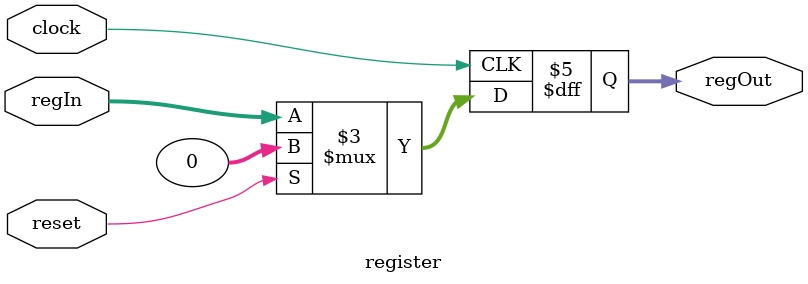
<source format=v>
module register  #(parameter integer size = 32)(clock, reset, regIn, regOut);
    input clock , reset;
    input [size - 1:0] regIn;
    output reg [size - 1: 0] regOut;
    
    always @(posedge clock) begin
      if (reset) regOut <= 0;
      else regOut <= regIn;
    end
endmodule
</source>
